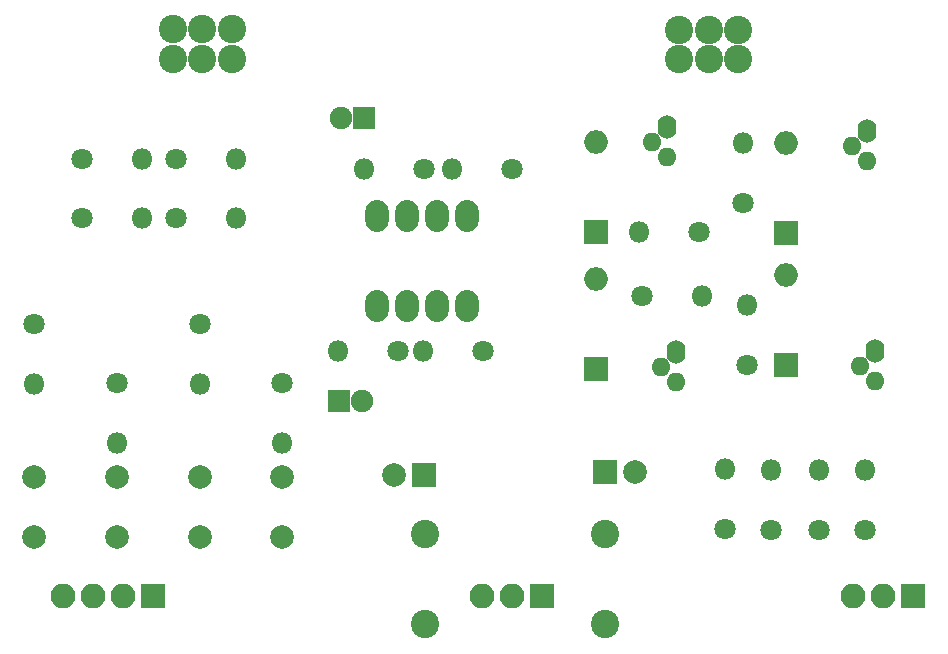
<source format=gbr>
G04 #@! TF.FileFunction,Soldermask,Bot*
%FSLAX46Y46*%
G04 Gerber Fmt 4.6, Leading zero omitted, Abs format (unit mm)*
G04 Created by KiCad (PCBNEW 4.0.7) date Sunday 08 October 2017 21:17:18*
%MOMM*%
%LPD*%
G01*
G04 APERTURE LIST*
%ADD10C,0.100000*%
%ADD11C,2.398980*%
%ADD12O,2.000000X2.700000*%
%ADD13R,2.100000X2.100000*%
%ADD14O,2.100000X2.100000*%
%ADD15C,2.400000*%
%ADD16R,2.000000X2.000000*%
%ADD17C,2.000000*%
%ADD18R,1.900000X1.900000*%
%ADD19C,1.900000*%
%ADD20O,1.600000X2.000000*%
%ADD21O,1.600000X1.600000*%
%ADD22O,2.000000X2.000000*%
%ADD23C,1.800000*%
%ADD24O,1.800000X1.800000*%
G04 APERTURE END LIST*
D10*
D11*
X133075000Y-92805000D03*
X133075000Y-100425000D03*
X148325000Y-92755000D03*
X148325000Y-100375000D03*
D12*
X129005000Y-73450000D03*
X131545000Y-73450000D03*
X134085000Y-73450000D03*
X136625000Y-73450000D03*
X136625000Y-65830000D03*
X134085000Y-65830000D03*
X131545000Y-65830000D03*
X129005000Y-65830000D03*
D13*
X110000000Y-98000000D03*
D14*
X107460000Y-98000000D03*
X104920000Y-98000000D03*
X102380000Y-98000000D03*
D13*
X143000000Y-98000000D03*
D14*
X140460000Y-98000000D03*
X137920000Y-98000000D03*
D13*
X174425000Y-98000000D03*
D14*
X171885000Y-98000000D03*
X169345000Y-98000000D03*
D15*
X111700000Y-50050000D03*
X114200000Y-50050000D03*
X116700000Y-50050000D03*
X111700000Y-52550000D03*
X114200000Y-52550000D03*
X116700000Y-52550000D03*
X154575000Y-50075000D03*
X157075000Y-50075000D03*
X159575000Y-50075000D03*
X154575000Y-52575000D03*
X157075000Y-52575000D03*
X159575000Y-52575000D03*
D16*
X132975000Y-87800000D03*
D17*
X130475000Y-87800000D03*
D16*
X148325000Y-87500000D03*
D17*
X150825000Y-87500000D03*
D18*
X125750000Y-81550000D03*
D19*
X127750000Y-81550000D03*
D18*
X127925000Y-57600000D03*
D19*
X125925000Y-57600000D03*
D20*
X170500000Y-58685000D03*
D21*
X169230000Y-59955000D03*
X170500000Y-61225000D03*
D20*
X171175000Y-77260000D03*
D21*
X169905000Y-78530000D03*
X171175000Y-79800000D03*
D20*
X153575000Y-58335000D03*
D21*
X152305000Y-59605000D03*
X153575000Y-60875000D03*
D20*
X154350000Y-77375000D03*
D21*
X153080000Y-78645000D03*
X154350000Y-79915000D03*
D16*
X163600000Y-67320000D03*
D22*
X163600000Y-59700000D03*
D16*
X163675000Y-78495000D03*
D22*
X163675000Y-70875000D03*
D16*
X147525000Y-67175000D03*
D22*
X147525000Y-59555000D03*
D16*
X147525000Y-78800000D03*
D22*
X147525000Y-71180000D03*
D23*
X130755000Y-77275000D03*
D24*
X125675000Y-77275000D03*
D23*
X132980000Y-61900000D03*
D24*
X127900000Y-61900000D03*
D23*
X159975000Y-64730000D03*
D24*
X159975000Y-59650000D03*
D23*
X160325000Y-78450000D03*
D24*
X160325000Y-73370000D03*
D23*
X156305000Y-67175000D03*
D24*
X151225000Y-67175000D03*
D23*
X151445000Y-72675000D03*
D24*
X156525000Y-72675000D03*
D23*
X170325000Y-92475000D03*
D24*
X170325000Y-87395000D03*
D23*
X137955000Y-77250000D03*
D24*
X132875000Y-77250000D03*
D23*
X166400000Y-92430000D03*
D24*
X166400000Y-87350000D03*
D23*
X158450000Y-92400000D03*
D24*
X158450000Y-87320000D03*
D23*
X140455000Y-61900000D03*
D24*
X135375000Y-61900000D03*
D23*
X162400000Y-92405000D03*
D24*
X162400000Y-87325000D03*
D23*
X100000000Y-75000000D03*
D24*
X100000000Y-80080000D03*
D23*
X121000000Y-80000000D03*
D24*
X121000000Y-85080000D03*
D23*
X104000000Y-66000000D03*
D24*
X109080000Y-66000000D03*
D23*
X112000000Y-66000000D03*
D24*
X117080000Y-66000000D03*
D23*
X107000000Y-80000000D03*
D24*
X107000000Y-85080000D03*
D23*
X114000000Y-75000000D03*
D24*
X114000000Y-80080000D03*
D23*
X104000000Y-61000000D03*
D24*
X109080000Y-61000000D03*
D23*
X112000000Y-61000000D03*
D24*
X117080000Y-61000000D03*
D17*
X100000000Y-88000000D03*
X100000000Y-93000000D03*
X107000000Y-88000000D03*
X107000000Y-93000000D03*
X114000000Y-88000000D03*
X114000000Y-93000000D03*
X121000000Y-88000000D03*
X121000000Y-93000000D03*
M02*

</source>
